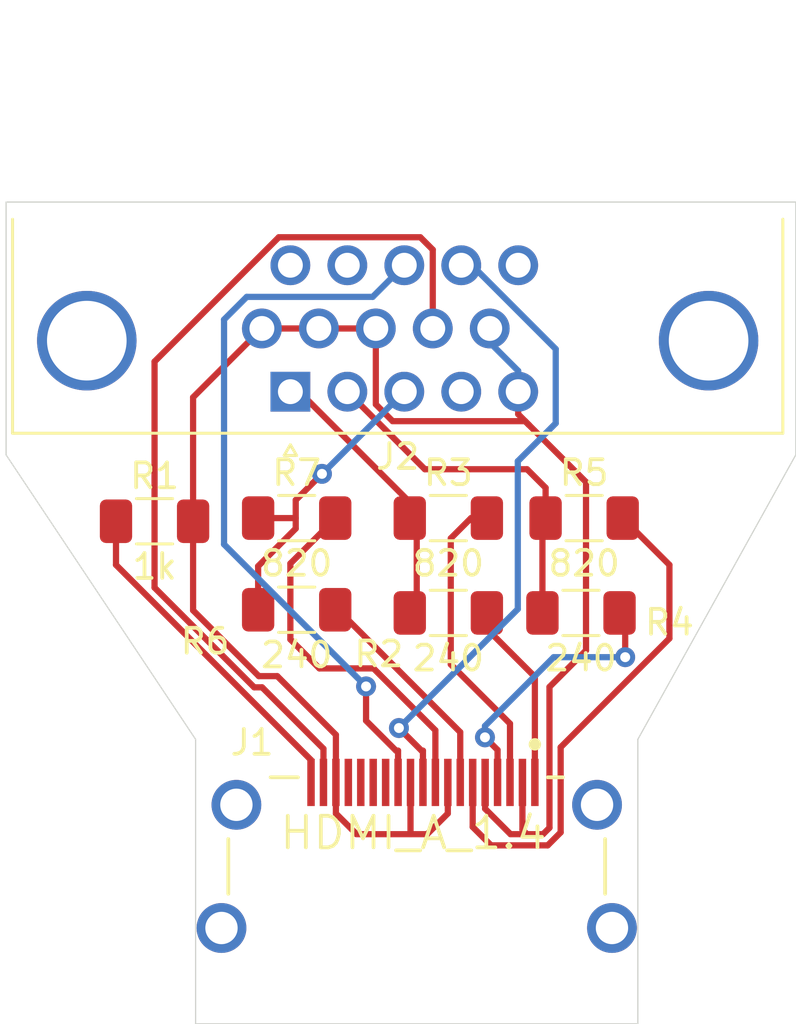
<source format=kicad_pcb>
(kicad_pcb (version 20211014) (generator pcbnew)
  (layers (0 "F.Cu" signal) (31 "B.Cu" signal) (34 "B.Paste" user) (35 "F.Paste" user) (36 "B.SilkS" user "B.Silkscreen") (37 "F.SilkS" user "F.Silkscreen") (38 "B.Mask" user) (39 "F.Mask" user) (44 "Edge.Cuts" user))
  (net 0 "")
  (net 3 "Net-(J1-Pad19)")
  (net 10 "VGA222_R1")
  (net 11 "VGA222_R0")
  (net 12 "GND")
  (net 13 "VGA222_B1")
  (net 14 "VGA222_B0")
  (net 15 "VGA222_G1")
  (net 16 "VGA222_G0")
  (net 17 "VGA222_VS")
  (net 18 "VGA222_HS")
  (net 19 "+5V")
  (net 20 "VGAR")
  (net 21 "VGAG")
  (net 22 "VGAB")
  (footprint "vga:DSUB-15-HD_Female_Horizontal_P2.29x2.54mm_EdgePinOffset3.03mm_Housed_MountingHolesOffset4.94mm" (layer "F.Cu") (at 170.18 83.82 180)
    (fp_text reference "J2" (at -4.315 -2.61 180) (layer "F.SilkS"))
    (fp_text value "DB15_Female_HighDensity")
    (fp_line (start -0.25 -2.564338) (end 0.25 -2.564338) (layer "F.SilkS") (width 0.12))
    (fp_line (start 11.17 -1.67) (end 11.17 6.93) (layer "F.SilkS") (width 0.12))
    (fp_line (start 0 -2.131325) (end -0.25 -2.564338) (layer "F.SilkS") (width 0.12))
    (fp_line (start 0.25 -2.564338) (end 0 -2.131325) (layer "F.SilkS") (width 0.12))
    (fp_line (start -19.8 -1.67) (end 11.17 -1.67) (layer "F.SilkS") (width 0.12))
    (fp_line (start -19.8 6.93) (end -19.8 -1.67) (layer "F.SilkS") (width 0.12))
    (pad "0" thru_hole circle (at -16.815 2.05 180) (size 4 4) (drill 3.2) (layers *.Cu *.Mask))
    (pad "0" thru_hole circle (at 8.185 2.05 180) (size 4 4) (drill 3.2) (layers *.Cu *.Mask))
    (pad "1" thru_hole rect (at 0 0 180) (size 1.6 1.6) (drill 1) (layers *.Cu *.Mask) (net 20 "VGAR"))
    (pad "2" thru_hole circle (at -2.29 0 180) (size 1.6 1.6) (drill 1) (layers *.Cu *.Mask) (net 21 "VGAG"))
    (pad "3" thru_hole circle (at -4.58 0 180) (size 1.6 1.6) (drill 1) (layers *.Cu *.Mask) (net 22 "VGAB"))
    (pad "4" thru_hole circle (at -6.87 0 180) (size 1.6 1.6) (drill 1) (layers *.Cu *.Mask))
    (pad "5" thru_hole circle (at -9.16 0 180) (size 1.6 1.6) (drill 1) (layers *.Cu *.Mask) (net 12 "GND"))
    (pad "6" thru_hole circle (at 1.145 2.54 180) (size 1.6 1.6) (drill 1) (layers *.Cu *.Mask) (net 12 "GND"))
    (pad "7" thru_hole circle (at -1.145 2.54 180) (size 1.6 1.6) (drill 1) (layers *.Cu *.Mask) (net 12 "GND"))
    (pad "8" thru_hole circle (at -3.435 2.54 180) (size 1.6 1.6) (drill 1) (layers *.Cu *.Mask) (net 12 "GND"))
    (pad "9" thru_hole circle (at -5.725 2.54 180) (size 1.6 1.6) (drill 1) (layers *.Cu *.Mask) (net 19 "+5V"))
    (pad "10" thru_hole circle (at -8.015 2.54 180) (size 1.6 1.6) (drill 1) (layers *.Cu *.Mask) (net 12 "GND"))
    (pad "11" thru_hole circle (at 0 5.08 180) (size 1.6 1.6) (drill 1) (layers *.Cu *.Mask))
    (pad "12" thru_hole circle (at -2.29 5.08 180) (size 1.6 1.6) (drill 1) (layers *.Cu *.Mask))
    (pad "13" thru_hole circle (at -4.58 5.08 180) (size 1.6 1.6) (drill 1) (layers *.Cu *.Mask) (net 18 "VGA222_HS"))
    (pad "14" thru_hole circle (at -6.87 5.08 180) (size 1.6 1.6) (drill 1) (layers *.Cu *.Mask) (net 17 "VGA222_VS"))
    (pad "15" thru_hole circle (at -9.16 5.08 180) (size 1.6 1.6) (drill 1) (layers *.Cu *.Mask))
  )
  (footprint "Resistor_SMD:R_1206_3216Metric_Pad1.30x1.75mm_HandSolder" (layer "F.Cu") (at 164.719 89.027)
    (fp_text reference "R1" (at 0 -1.82) (layer "F.SilkS"))
    (fp_text value "1k" (at 0 1.82) (layer "F.SilkS"))
    (fp_line (start -0.727064 0.91) (end 0.727064 0.91) (layer "F.SilkS") (width 0.12))
    (fp_line (start -0.727064 -0.91) (end 0.727064 -0.91) (layer "F.SilkS") (width 0.12))
    (pad "1" smd roundrect locked (at -1.55 0) (size 1.3 1.75) (layers "F.Cu" "F.Paste" "F.Mask") (roundrect_rratio 0.1923076923) (net 3 "Net-(J1-Pad19)"))
    (pad "2" smd roundrect locked (at 1.55 0) (size 1.3 1.75) (layers "F.Cu" "F.Paste" "F.Mask") (roundrect_rratio 0.1923076923) (net 12 "GND"))
  )
  (footprint "Resistor_SMD:R_1206_3216Metric_Pad1.30x1.75mm_HandSolder" (layer "F.Cu") (at 176.53 92.71)
    (fp_text reference "R2" (at -2.794 1.651) (layer "F.SilkS"))
    (fp_text value "240" (at 0 1.82) (layer "F.SilkS"))
    (fp_line (start -0.727064 -0.91) (end 0.727064 -0.91) (layer "F.SilkS") (width 0.12))
    (fp_line (start -0.727064 0.91) (end 0.727064 0.91) (layer "F.SilkS") (width 0.12))
    (pad "1" smd roundrect locked (at -1.55 0) (size 1.3 1.75) (layers "F.Cu" "F.Paste" "F.Mask") (roundrect_rratio 0.1923076923) (net 20 "VGAR"))
    (pad "2" smd roundrect locked (at 1.55 0) (size 1.3 1.75) (layers "F.Cu" "F.Paste" "F.Mask") (roundrect_rratio 0.1923076923) (net 10 "VGA222_R1"))
  )
  (footprint "Resistor_SMD:R_1206_3216Metric_Pad1.30x1.75mm_HandSolder" (layer "F.Cu") (at 176.53 88.9)
    (fp_text reference "R3" (at 0 -1.82) (layer "F.SilkS"))
    (fp_text value "820" (at 0 1.82) (layer "F.SilkS"))
    (fp_line (start -0.727064 -0.91) (end 0.727064 -0.91) (layer "F.SilkS") (width 0.12))
    (fp_line (start -0.727064 0.91) (end 0.727064 0.91) (layer "F.SilkS") (width 0.12))
    (pad "1" smd roundrect locked (at -1.55 0) (size 1.3 1.75) (layers "F.Cu" "F.Paste" "F.Mask") (roundrect_rratio 0.1923076923) (net 20 "VGAR"))
    (pad "2" smd roundrect locked (at 1.55 0) (size 1.3 1.75) (layers "F.Cu" "F.Paste" "F.Mask") (roundrect_rratio 0.1923076923) (net 11 "VGA222_R0"))
  )
  (footprint "Resistor_SMD:R_1206_3216Metric_Pad1.30x1.75mm_HandSolder" (layer "F.Cu") (at 181.864 92.71)
    (fp_text reference "R4" (at 3.556 0.381) (layer "F.SilkS"))
    (fp_text value "240" (at 0 1.82) (layer "F.SilkS"))
    (fp_line (start -0.727064 0.91) (end 0.727064 0.91) (layer "F.SilkS") (width 0.12))
    (fp_line (start -0.727064 -0.91) (end 0.727064 -0.91) (layer "F.SilkS") (width 0.12))
    (pad "1" smd roundrect locked (at -1.55 0) (size 1.3 1.75) (layers "F.Cu" "F.Paste" "F.Mask") (roundrect_rratio 0.1923076923) (net 21 "VGAG"))
    (pad "2" smd roundrect locked (at 1.55 0) (size 1.3 1.75) (layers "F.Cu" "F.Paste" "F.Mask") (roundrect_rratio 0.1923076923) (net 15 "VGA222_G1"))
  )
  (footprint "Resistor_SMD:R_1206_3216Metric_Pad1.30x1.75mm_HandSolder" (layer "F.Cu") (at 181.991 88.9)
    (fp_text reference "R5" (at 0 -1.82) (layer "F.SilkS"))
    (fp_text value "820" (at 0 1.82) (layer "F.SilkS"))
    (fp_line (start -0.727064 0.91) (end 0.727064 0.91) (layer "F.SilkS") (width 0.12))
    (fp_line (start -0.727064 -0.91) (end 0.727064 -0.91) (layer "F.SilkS") (width 0.12))
    (pad "1" smd roundrect locked (at -1.55 0) (size 1.3 1.75) (layers "F.Cu" "F.Paste" "F.Mask") (roundrect_rratio 0.1923076923) (net 21 "VGAG"))
    (pad "2" smd roundrect locked (at 1.55 0) (size 1.3 1.75) (layers "F.Cu" "F.Paste" "F.Mask") (roundrect_rratio 0.1923076923) (net 16 "VGA222_G0"))
  )
  (footprint "Resistor_SMD:R_1206_3216Metric_Pad1.30x1.75mm_HandSolder" (layer "F.Cu") (at 170.434 92.583)
    (fp_text reference "R6" (at -3.683 1.27) (layer "F.SilkS"))
    (fp_text value "240" (at 0 1.82) (layer "F.SilkS"))
    (fp_line (start -0.727064 0.91) (end 0.727064 0.91) (layer "F.SilkS") (width 0.12))
    (fp_line (start -0.727064 -0.91) (end 0.727064 -0.91) (layer "F.SilkS") (width 0.12))
    (pad "1" smd roundrect locked (at -1.55 0) (size 1.3 1.75) (layers "F.Cu" "F.Paste" "F.Mask") (roundrect_rratio 0.1923076923) (net 22 "VGAB"))
    (pad "2" smd roundrect locked (at 1.55 0) (size 1.3 1.75) (layers "F.Cu" "F.Paste" "F.Mask") (roundrect_rratio 0.1923076923) (net 13 "VGA222_B1"))
  )
  (footprint "Resistor_SMD:R_1206_3216Metric_Pad1.30x1.75mm_HandSolder" (layer "F.Cu") (at 170.434 88.9)
    (fp_text reference "R7" (at 0 -1.82) (layer "F.SilkS"))
    (fp_text value "820" (at 0 1.82) (layer "F.SilkS"))
    (fp_line (start -0.727064 0.91) (end 0.727064 0.91) (layer "F.SilkS") (width 0.12))
    (fp_line (start -0.727064 -0.91) (end 0.727064 -0.91) (layer "F.SilkS") (width 0.12))
    (pad "1" smd roundrect locked (at -1.55 0) (size 1.3 1.75) (layers "F.Cu" "F.Paste" "F.Mask") (roundrect_rratio 0.1923076923) (net 22 "VGAB"))
    (pad "2" smd roundrect locked (at 1.55 0) (size 1.3 1.75) (layers "F.Cu" "F.Paste" "F.Mask") (roundrect_rratio 0.1923076923) (net 14 "VGA222_B0"))
  )
  (footprint "3D:Amphenol_ICC-10029449-111RLF-MFG" (layer "F.Cu") (at 175.26 104.14)
    (fp_text reference "J1" (at -7.575 -6.225) (layer "F.SilkS") (effects (justify left)))
    (fp_text value "HDMI_A_1.4" (at -0.134999 -2.590001) (layer "F.SilkS") (effects (font (size 1.27 1.27))))
    (fp_line (start 7.575 -0.145) (end 7.575 -2.345) (layer "F.SilkS") (width 0.15))
    (fp_line (start 5.275 -4.825) (end 5.875 -4.825) (layer "F.SilkS") (width 0.15))
    (fp_line (start -5.875 -4.825) (end -4.775 -4.825) (layer "F.SilkS") (width 0.15))
    (fp_line (start -7.575 -0.145) (end -7.575 -2.345) (layer "F.SilkS") (width 0.15))
    (fp_circle (center 4.75 -6.15) (end 4.875 -6.15) (layer "F.SilkS") (width 0.25) (fill none))
    (pad "1" smd rect locked (at 4.75 -4.62) (size 0.3 1.9) (layers "F.Cu" "F.Paste" "F.Mask") (net 10 "VGA222_R1"))
    (pad "2" smd rect locked (at 4.25 -4.62) (size 0.3 1.9) (layers "F.Cu" "F.Paste" "F.Mask") (net 12 "GND"))
    (pad "3" smd rect locked (at 3.75 -4.62) (size 0.3 1.9) (layers "F.Cu" "F.Paste" "F.Mask") (net 11 "VGA222_R0"))
    (pad "4" smd rect locked (at 3.25 -4.62) (size 0.3 1.9) (layers "F.Cu" "F.Paste" "F.Mask") (net 15 "VGA222_G1"))
    (pad "5" smd rect locked (at 2.75 -4.62) (size 0.3 1.9) (layers "F.Cu" "F.Paste" "F.Mask") (net 12 "GND"))
    (pad "6" smd rect locked (at 2.25 -4.62) (size 0.3 1.9) (layers "F.Cu" "F.Paste" "F.Mask") (net 16 "VGA222_G0"))
    (pad "7" smd rect locked (at 1.75 -4.62) (size 0.3 1.9) (layers "F.Cu" "F.Paste" "F.Mask") (net 13 "VGA222_B1"))
    (pad "8" smd rect locked (at 1.25 -4.62) (size 0.3 1.9) (layers "F.Cu" "F.Paste" "F.Mask") (net 12 "GND"))
    (pad "9" smd rect locked (at 0.75 -4.62) (size 0.3 1.9) (layers "F.Cu" "F.Paste" "F.Mask") (net 14 "VGA222_B0"))
    (pad "10" smd rect locked (at 0.25 -4.62) (size 0.3 1.9) (layers "F.Cu" "F.Paste" "F.Mask") (net 17 "VGA222_VS"))
    (pad "11" smd rect locked (at -0.25 -4.62) (size 0.3 1.9) (layers "F.Cu" "F.Paste" "F.Mask") (net 12 "GND"))
    (pad "12" smd rect locked (at -0.75 -4.62) (size 0.3 1.9) (layers "F.Cu" "F.Paste" "F.Mask") (net 18 "VGA222_HS"))
    (pad "13" smd rect locked (at -1.25 -4.62) (size 0.3 1.9) (layers "F.Cu" "F.Paste" "F.Mask"))
    (pad "14" smd rect locked (at -1.75 -4.62) (size 0.3 1.9) (layers "F.Cu" "F.Paste" "F.Mask"))
    (pad "15" smd rect locked (at -2.25 -4.62) (size 0.3 1.9) (layers "F.Cu" "F.Paste" "F.Mask"))
    (pad "16" smd rect locked (at -2.75 -4.62) (size 0.3 1.9) (layers "F.Cu" "F.Paste" "F.Mask"))
    (pad "17" smd rect locked (at -3.25 -4.62) (size 0.3 1.9) (layers "F.Cu" "F.Paste" "F.Mask") (net 12 "GND"))
    (pad "18" smd rect locked (at -3.75 -4.62) (size 0.3 1.9) (layers "F.Cu" "F.Paste" "F.Mask") (net 19 "+5V"))
    (pad "19" smd rect locked (at -4.25 -4.62) (size 0.3 1.9) (layers "F.Cu" "F.Paste" "F.Mask") (net 3 "Net-(J1-Pad19)"))
    (pad "20" thru_hole circle locked (at -7.25 -3.72) (size 2 2) (drill 1.3) (layers *.Cu))
    (pad "21" thru_hole circle locked (at 7.25 -3.72) (size 2 2) (drill 1.3) (layers *.Cu))
    (pad "22" thru_hole circle locked (at -7.849998 1.23) (size 2 2) (drill 1.3) (layers *.Cu))
    (pad "23" thru_hole circle locked (at 7.849999 1.23) (size 2 2) (drill 1.3) (layers *.Cu))
  )
  (gr_line (start 166.37 97.79) (end 166.37 109.22) (layer "Edge.Cuts") (width 0.05))
  (gr_line (start 190.5 86.36) (end 190.5 76.2) (layer "Edge.Cuts") (width 0.05))
  (gr_line (start 158.75 86.36) (end 166.37 97.79) (layer "Edge.Cuts") (width 0.05))
  (gr_line (start 158.75 76.2) (end 158.75 86.36) (layer "Edge.Cuts") (width 0.05))
  (gr_line (start 184.15 109.22) (end 184.15 97.79) (layer "Edge.Cuts") (width 0.05))
  (gr_line (start 184.15 109.22) (end 166.37 109.22) (layer "Edge.Cuts") (width 0.05))
  (gr_line (start 158.75 76.2) (end 190.5 76.2) (layer "Edge.Cuts") (width 0.05))
  (gr_line (start 184.15 97.79) (end 190.5 86.36) (layer "Edge.Cuts") (width 0.05))
  (segment (start 171.01 98.62) (end 171.01 99.52) (width 0.25) (layer "F.Cu") (net 3))
  (segment (start 163.169 90.779) (end 171.01 98.62) (width 0.25) (layer "F.Cu") (net 3))
  (segment (start 163.169 89.027) (end 163.169 90.779) (width 0.25) (layer "F.Cu") (net 3))
  (segment (start 178.08 93.3475) (end 180.01 95.2775) (width 0.25) (layer "F.Cu") (net 10))
  (segment (start 180.01 95.2775) (end 180.01 99.52) (width 0.25) (layer "F.Cu") (net 10))
  (segment (start 178.08 92.71) (end 178.08 93.3475) (width 0.25) (layer "F.Cu") (net 10))
  (segment (start 176.6288 94.7775) (end 176.6288 89.7137) (width 0.25) (layer "F.Cu") (net 11))
  (segment (start 177.4425 88.9) (end 178.08 88.9) (width 0.25) (layer "F.Cu") (net 11))
  (segment (start 179.01 97.1587) (end 176.6288 94.7775) (width 0.25) (layer "F.Cu") (net 11))
  (segment (start 176.6288 89.7137) (end 177.4425 88.9) (width 0.25) (layer "F.Cu") (net 11))
  (segment (start 179.01 99.52) (end 179.01 97.1587) (width 0.25) (layer "F.Cu") (net 11))
  (segment (start 174.2927 85.0058) (end 173.615 84.3281) (width 0.25) (layer "F.Cu") (net 12))
  (segment (start 166.269 92.607564) (end 166.269 89.027) (width 0.25) (layer "F.Cu") (net 12))
  (segment (start 182.0663 94.2146) (end 182.0663 87.4513) (width 0.25) (layer "F.Cu") (net 12))
  (segment (start 179.0299 101.6) (end 178.01 100.5801) (width 0.25) (layer "F.Cu") (net 12))
  (segment (start 169.035 81.28) (end 171.325 81.28) (width 0.25) (layer "F.Cu") (net 12))
  (segment (start 166.269 84.046) (end 169.035 81.28) (width 0.25) (layer "F.Cu") (net 12))
  (segment (start 175.679022 101.6) (end 175.01 101.6) (width 0.25) (layer "F.Cu") (net 12))
  (segment (start 179.51 101.6) (end 179.0299 101.6) (width 0.25) (layer "F.Cu") (net 12))
  (segment (start 173.615 81.28) (end 171.325 81.28) (width 0.25) (layer "F.Cu") (net 12))
  (segment (start 178.01 100.5801) (end 178.01 99.52) (width 0.25) (layer "F.Cu") (net 12))
  (segment (start 179.6208 85.0058) (end 174.2927 85.0058) (width 0.25) (layer "F.Cu") (net 12))
  (segment (start 166.269 89.027) (end 166.269 84.046) (width 0.25) (layer "F.Cu") (net 12))
  (segment (start 180.34 101.6) (end 180.5974 101.3426) (width 0.25) (layer "F.Cu") (net 12))
  (segment (start 180.5974 95.6835) (end 182.0663 94.2146) (width 0.25) (layer "F.Cu") (net 12))
  (segment (start 175.01 101.6) (end 175.01 99.52) (width 0.25) (layer "F.Cu") (net 12))
  (segment (start 179.7685 85.1535) (end 179.6208 85.0058) (width 0.25) (layer "F.Cu") (net 12))
  (segment (start 172.01 100.769022) (end 172.840978 101.6) (width 0.25) (layer "F.Cu") (net 12))
  (segment (start 179.51 99.52) (end 179.51 101.41765) (width 0.25) (layer "F.Cu") (net 12))
  (segment (start 172.01 99.52) (end 172.01 100.769022) (width 0.25) (layer "F.Cu") (net 12))
  (segment (start 176.51 99.52) (end 176.51 100.769022) (width 0.25) (layer "F.Cu") (net 12))
  (segment (start 172.840978 101.6) (end 175.01 101.6) (width 0.25) (layer "F.Cu") (net 12))
  (segment (start 179.34 83.82) (end 179.34 84.725) (width 0.25) (layer "F.Cu") (net 12))
  (segment (start 172.01 97.607631) (end 169.652369 95.25) (width 0.25) (layer "F.Cu") (net 12))
  (segment (start 168.911436 95.25) (end 166.269 92.607564) (width 0.25) (layer "F.Cu") (net 12))
  (segment (start 172.01 99.52) (end 172.01 97.607631) (width 0.25) (layer "F.Cu") (net 12))
  (segment (start 179.69235 101.6) (end 180.34 101.6) (width 0.25) (layer "F.Cu") (net 12))
  (segment (start 173.615 84.3281) (end 173.615 81.84) (width 0.25) (layer "F.Cu") (net 12))
  (segment (start 179.51 101.41765) (end 179.69235 101.6) (width 0.25) (layer "F.Cu") (net 12))
  (segment (start 169.652369 95.25) (end 168.911436 95.25) (width 0.25) (layer "F.Cu") (net 12))
  (segment (start 179.34 84.725) (end 179.7685 85.1535) (width 0.25) (layer "F.Cu") (net 12))
  (segment (start 176.51 100.769022) (end 175.679022 101.6) (width 0.25) (layer "F.Cu") (net 12))
  (segment (start 182.0663 87.4513) (end 179.7685 85.1535) (width 0.25) (layer "F.Cu") (net 12))
  (segment (start 180.5974 101.3426) (end 180.5974 95.6835) (width 0.25) (layer "F.Cu") (net 12))
  (segment (start 179.34 82.985) (end 179.34 83.82) (width 0.25) (layer "B.Cu") (net 12))
  (segment (start 178.195 81.84) (end 179.34 82.985) (width 0.25) (layer "B.Cu") (net 12))
  (segment (start 177.01 99.52) (end 177.01 97.501882) (width 0.25) (layer "F.Cu") (net 13))
  (segment (start 172.091118 92.583) (end 171.984 92.583) (width 0.25) (layer "F.Cu") (net 13))
  (segment (start 177.01 97.501882) (end 172.091118 92.583) (width 0.25) (layer "F.Cu") (net 13))
  (segment (start 176.01 97.425886) (end 176.01 99.52) (width 0.25) (layer "F.Cu") (net 14))
  (segment (start 173.523103 94.938989) (end 176.01 97.425886) (width 0.25) (layer "F.Cu") (net 14))
  (segment (start 170.18 90.7245) (end 170.18 93.772962) (width 0.25) (layer "F.Cu") (net 14))
  (segment (start 170.18 93.772962) (end 171.346027 94.938989) (width 0.25) (layer "F.Cu") (net 14))
  (segment (start 171.346027 94.938989) (end 173.523103 94.938989) (width 0.25) (layer "F.Cu") (net 14))
  (segment (start 172.0045 88.9) (end 170.18 90.7245) (width 0.25) (layer "F.Cu") (net 14))
  (segment (start 178.51 99.52) (end 178.51 98.2153) (width 0.25) (layer "F.Cu") (net 15))
  (segment (start 183.642 92.938) (end 183.414 92.71) (width 0.25) (layer "F.Cu") (net 15))
  (segment (start 178.51 98.2153) (end 178.0036 97.7089) (width 0.25) (layer "F.Cu") (net 15))
  (segment (start 183.642 94.488) (end 183.642 92.938) (width 0.25) (layer "F.Cu") (net 15))
  (via (at 183.642 94.488) (size 0.8) (drill 0.4) (layers "F.Cu" "B.Cu") (net 15))
  (via (at 178.0036 97.7089) (size 0.8) (drill 0.4) (layers "F.Cu" "B.Cu") (net 15))
  (segment (start 178.0036 97.2515) (end 178.0036 97.7089) (width 0.25) (layer "B.Cu") (net 15))
  (segment (start 183.642 94.488) (end 180.7671 94.488) (width 0.25) (layer "B.Cu") (net 15))
  (segment (start 180.7671 94.488) (end 178.0036 97.2515) (width 0.25) (layer "B.Cu") (net 15))
  (segment (start 177.51 99.52) (end 177.51 101.31) (width 0.25) (layer "F.Cu") (net 16))
  (segment (start 185.42 90.779) (end 183.541 88.9) (width 0.25) (layer "F.Cu") (net 16))
  (segment (start 177.51 101.31) (end 178.24952 102.04952) (width 0.25) (layer "F.Cu") (net 16))
  (segment (start 180.526198 102.04952) (end 181.04692 101.528797) (width 0.25) (layer "F.Cu") (net 16))
  (segment (start 181.04692 98.107694) (end 185.42 93.734614) (width 0.25) (layer "F.Cu") (net 16))
  (segment (start 185.42 93.734614) (end 185.42 90.779) (width 0.25) (layer "F.Cu") (net 16))
  (segment (start 178.24952 102.04952) (end 180.526198 102.04952) (width 0.25) (layer "F.Cu") (net 16))
  (segment (start 181.04692 101.528797) (end 181.04692 98.107694) (width 0.25) (layer "F.Cu") (net 16))
  (segment (start 174.5444 97.335) (end 175.4541 98.2447) (width 0.25) (layer "F.Cu") (net 17))
  (segment (start 175.51 99.52) (end 175.51 98.2447) (width 0.25) (layer "F.Cu") (net 17))
  (segment (start 175.4541 98.2447) (end 175.51 98.2447) (width 0.25) (layer "F.Cu") (net 17))
  (via (at 174.5444 97.335) (size 0.8) (drill 0.4) (layers "F.Cu" "B.Cu") (net 17))
  (segment (start 179.324 86.614) (end 179.324 92.5554) (width 0.25) (layer "B.Cu") (net 17))
  (segment (start 177.05 78.74) (end 177.4825 78.74) (width 0.25) (layer "B.Cu") (net 17))
  (segment (start 179.324 92.5554) (end 174.5444 97.335) (width 0.25) (layer "B.Cu") (net 17))
  (segment (start 177.4825 78.74) (end 180.848 82.1055) (width 0.25) (layer "B.Cu") (net 17))
  (segment (start 180.848 82.1055) (end 180.848 85.09) (width 0.25) (layer "B.Cu") (net 17))
  (segment (start 180.848 85.09) (end 179.324 86.614) (width 0.25) (layer "B.Cu") (net 17))
  (segment (start 174.4284 98.2447) (end 174.51 98.2447) (width 0.25) (layer "F.Cu") (net 18))
  (segment (start 173.223 97.0393) (end 174.4284 98.2447) (width 0.25) (layer "F.Cu") (net 18))
  (segment (start 174.51 99.52) (end 174.51 98.2447) (width 0.25) (layer "F.Cu") (net 18))
  (segment (start 173.223 95.6635) (end 173.223 97.0393) (width 0.25) (layer "F.Cu") (net 18))
  (via (at 173.223 95.6635) (size 0.8) (drill 0.4) (layers "F.Cu" "B.Cu") (net 18))
  (segment (start 167.513 80.9237) (end 167.513 89.9535) (width 0.25) (layer "B.Cu") (net 18))
  (segment (start 167.513 89.9535) (end 173.223 95.6635) (width 0.25) (layer "B.Cu") (net 18))
  (segment (start 174.76 78.74) (end 173.49 80.01) (width 0.25) (layer "B.Cu") (net 18))
  (segment (start 173.49 80.01) (end 168.4267 80.01) (width 0.25) (layer "B.Cu") (net 18))
  (segment (start 168.4267 80.01) (end 167.513 80.9237) (width 0.25) (layer "B.Cu") (net 18))
  (segment (start 171.51 99.52) (end 171.51 98.167141) (width 0.25) (layer "F.Cu") (net 19))
  (segment (start 171.51 98.167141) (end 169.042379 95.69952) (width 0.25) (layer "F.Cu") (net 19))
  (segment (start 168.725238 95.69952) (end 164.719 91.693282) (width 0.25) (layer "F.Cu") (net 19))
  (segment (start 164.719 82.6107) (end 169.714211 77.615489) (width 0.25) (layer "F.Cu") (net 19))
  (segment (start 164.719 91.693282) (end 164.719 82.6107) (width 0.25) (layer "F.Cu") (net 19))
  (segment (start 175.405489 77.615489) (end 175.905 78.115) (width 0.25) (layer "F.Cu") (net 19))
  (segment (start 175.905 78.115) (end 175.905 81.28) (width 0.25) (layer "F.Cu") (net 19))
  (segment (start 169.714211 77.615489) (end 175.405489 77.615489) (width 0.25) (layer "F.Cu") (net 19))
  (segment (start 169.042379 95.69952) (end 168.725238 95.69952) (width 0.25) (layer "F.Cu") (net 19))
  (segment (start 170.5375 83.82) (end 170.18 83.82) (width 0.25) (layer "F.Cu") (net 20))
  (segment (start 175.26 88.5425) (end 170.5375 83.82) (width 0.25) (layer "F.Cu") (net 20))
  (segment (start 174.98 92.71) (end 175.26 92.43) (width 0.25) (layer "F.Cu") (net 20))
  (segment (start 175.26 92.43) (end 175.26 88.5425) (width 0.25) (layer "F.Cu") (net 20))
  (segment (start 180.314 92.71) (end 180.314 89.027) (width 0.25) (layer "F.Cu") (net 21))
  (segment (start 179.6972 86.9367) (end 175.5867 86.9367) (width 0.25) (layer "F.Cu") (net 21))
  (segment (start 180.441 88.9) (end 180.441 87.6805) (width 0.25) (layer "F.Cu") (net 21))
  (segment (start 180.441 87.6805) (end 179.6972 86.9367) (width 0.25) (layer "F.Cu") (net 21))
  (segment (start 180.314 89.027) (end 180.441 88.9) (width 0.25) (layer "F.Cu") (net 21))
  (segment (start 175.5867 86.9367) (end 172.47 83.82) (width 0.25) (layer "F.Cu") (net 21))
  (segment (start 170.3945 89.3205) (end 168.884 90.831) (width 0.25) (layer "F.Cu") (net 22))
  (segment (start 168.884 88.9) (end 170.3945 88.9) (width 0.25) (layer "F.Cu") (net 22))
  (segment (start 170.3945 88.9) (end 170.3945 89.3205) (width 0.25) (layer "F.Cu") (net 22))
  (segment (start 168.884 90.831) (end 168.884 92.583) (width 0.25) (layer "F.Cu") (net 22))
  (segment (start 170.3945 88.1775) (end 170.3945 88.9) (width 0.25) (layer "F.Cu") (net 22))
  (segment (start 171.45 87.122) (end 170.3945 88.1775) (width 0.25) (layer "F.Cu") (net 22))
  (via (at 171.45 87.122) (size 0.8) (drill 0.4) (layers "F.Cu" "B.Cu") (net 22))
  (segment (start 171.458 87.122) (end 174.76 83.82) (width 0.25) (layer "B.Cu") (net 22))
  (segment (start 171.45 87.122) (end 171.458 87.122) (width 0.25) (layer "B.Cu") (net 22))
)
</source>
